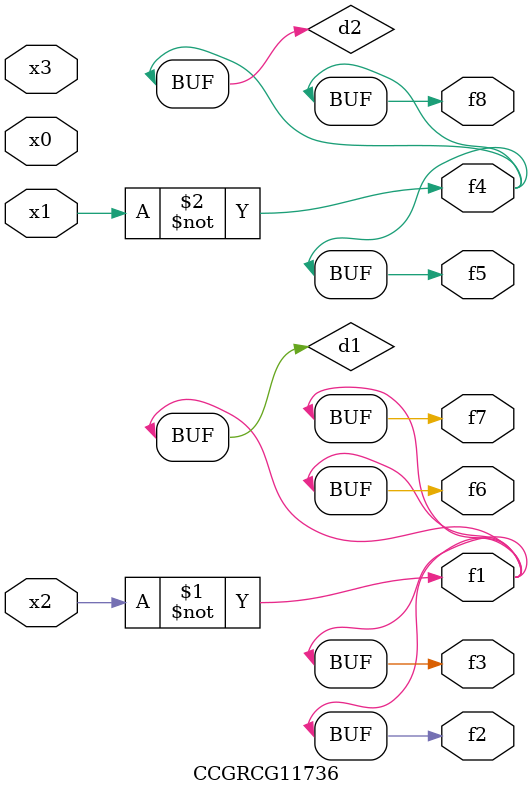
<source format=v>
module CCGRCG11736(
	input x0, x1, x2, x3,
	output f1, f2, f3, f4, f5, f6, f7, f8
);

	wire d1, d2;

	xnor (d1, x2);
	not (d2, x1);
	assign f1 = d1;
	assign f2 = d1;
	assign f3 = d1;
	assign f4 = d2;
	assign f5 = d2;
	assign f6 = d1;
	assign f7 = d1;
	assign f8 = d2;
endmodule

</source>
